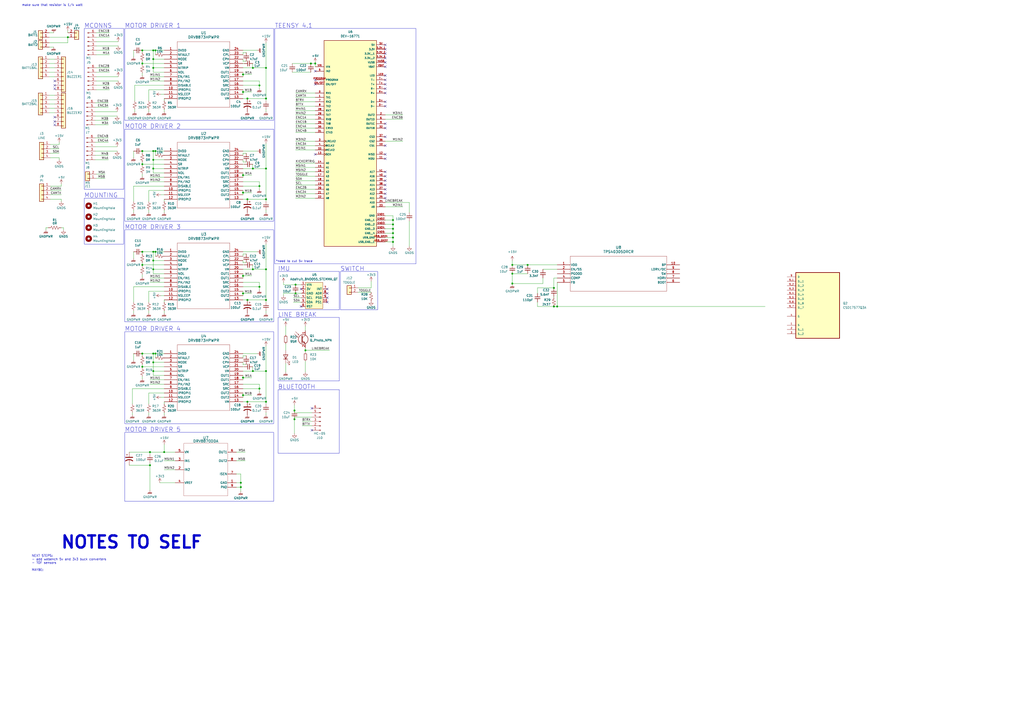
<source format=kicad_sch>
(kicad_sch (version 20230121) (generator eeschema)
  (paper "A2")
  (title_block (date "2023-10-20") (company "Team Silverback"))
  (junction (at 82.55 205.105))
  (junction (at 227.965 127.635))
  (junction (at 177.165 203.2))
  (junction (at 88.9 146.05))
  (junction (at 90.17 87.63))
  (junction (at 140.97 170.18))
  (junction (at 88.9 205.105))
  (junction (at 321.31 177.8))
  (junction (at 88.9 39.37))
  (junction (at 88.9 87.63))
  (junction (at 227.965 130.175))
  (junction (at 150.495 166.37))
  (junction (at 154.305 115.57))
  (junction (at 82.55 95.25))
  (junction (at 227.965 137.795))
  (junction (at 154.305 233.045))
  (junction (at 297.18 164.465))
  (junction (at 150.495 49.53))
  (junction (at 171.45 170.18))
  (junction (at 139.7 282.575))
  (junction (at 146.685 97.79))
  (junction (at 323.215 177.8))
  (junction (at 306.07 153.67))
  (junction (at 154.305 173.99))
  (junction (at 140.97 53.34))
  (junction (at 82.55 29.21))
  (junction (at 154.305 39.37))
  (junction (at 88.9 92.71))
  (junction (at 227.965 135.255))
  (junction (at 88.9 29.21))
  (junction (at 95.25 262.255))
  (junction (at 140.97 43.18))
  (junction (at 297.18 153.67))
  (junction (at 140.97 160.02))
  (junction (at 82.55 212.725))
  (junction (at 182.88 36.83))
  (junction (at 297.18 158.75))
  (junction (at 227.965 132.715))
  (junction (at 90.17 146.05))
  (junction (at 150.495 107.95))
  (junction (at 180.34 36.83))
  (junction (at 146.685 39.37))
  (junction (at 154.305 215.265))
  (junction (at 39.37 21.59))
  (junction (at 143.51 57.15))
  (junction (at 154.305 97.79))
  (junction (at 170.815 238.125))
  (junction (at 140.97 101.6))
  (junction (at 86.995 262.255))
  (junction (at 139.7 280.035))
  (junction (at 227.965 140.335))
  (junction (at 170.815 243.205))
  (junction (at 150.495 225.425))
  (junction (at 140.97 229.235))
  (junction (at 154.305 156.21))
  (junction (at 90.17 29.21))
  (junction (at 90.17 205.105))
  (junction (at 88.9 34.29))
  (junction (at 146.685 215.265))
  (junction (at 88.9 215.265))
  (junction (at 143.51 173.99))
  (junction (at 88.9 97.79))
  (junction (at 171.45 165.1))
  (junction (at 143.51 115.57))
  (junction (at 82.55 36.83))
  (junction (at 88.9 156.21))
  (junction (at 140.97 219.075))
  (junction (at 88.9 151.13))
  (junction (at 146.685 156.21))
  (junction (at 143.51 233.045))
  (junction (at 154.305 57.15))
  (junction (at 82.55 153.67))
  (junction (at 82.55 146.05))
  (junction (at 321.31 167.005))
  (junction (at 86.995 269.875))
  (junction (at 88.9 210.185))
  (junction (at 82.55 87.63))
  (junction (at 140.97 111.76))
  (no_connect (at 223.52 71.755))
  (no_connect (at 223.52 59.055))
  (no_connect (at 31.75 51.435))
  (no_connect (at 223.52 61.595))
  (no_connect (at 189.865 172.72))
  (no_connect (at 223.52 104.775))
  (no_connect (at 182.88 41.275))
  (no_connect (at 189.865 170.18))
  (no_connect (at 223.52 26.035))
  (no_connect (at 31.75 67.945))
  (no_connect (at 31.75 46.99))
  (no_connect (at 223.52 112.395))
  (no_connect (at 31.75 72.39))
  (no_connect (at 182.88 46.355))
  (no_connect (at 223.52 36.195))
  (no_connect (at 223.52 107.315))
  (no_connect (at 223.52 38.735))
  (no_connect (at 223.52 31.115))
  (no_connect (at 189.865 175.26))
  (no_connect (at 31.75 49.53))
  (no_connect (at 223.52 43.815))
  (no_connect (at 180.975 236.855))
  (no_connect (at 223.52 28.575))
  (no_connect (at 174.625 167.64))
  (no_connect (at 223.52 114.935))
  (no_connect (at 182.88 48.895))
  (no_connect (at 223.52 46.355))
  (no_connect (at 223.52 74.295))
  (no_connect (at 180.975 249.555))
  (no_connect (at 223.52 51.435))
  (no_connect (at 223.52 53.975))
  (no_connect (at 182.88 89.535))
  (no_connect (at 223.52 89.535))
  (no_connect (at 174.625 177.8))
  (no_connect (at 223.52 79.375))
  (no_connect (at 223.52 99.695))
  (no_connect (at 223.52 48.895))
  (no_connect (at 223.52 109.855))
  (no_connect (at 189.865 167.64))
  (no_connect (at 223.52 84.455))
  (no_connect (at 31.75 70.485))
  (no_connect (at 223.52 102.235))
  (no_connect (at 223.52 92.075))
  (no_connect (at 223.52 33.655))
  (wire (pts (xy 86.995 105.41) (xy 95.25 105.41)))
  (wire (pts (xy 171.45 53.975) (xy 182.88 53.975)))
  (wire (pts (xy 323.215 177.8) (xy 443.865 177.8)))
  (wire (pts (xy 140.97 43.18) (xy 140.97 44.45)))
  (wire (pts (xy 180.975 241.935) (xy 170.815 241.935)))
  (wire (pts (xy 170.815 234.95) (xy 170.815 238.125)))
  (wire (pts (xy 55.88 100.965) (xy 60.96 100.965)))
  (wire (pts (xy 31.75 62.865) (xy 28.575 62.865)))
  (wire (pts (xy 171.45 61.595) (xy 182.88 61.595)))
  (wire (pts (xy 140.97 101.6) (xy 146.05 101.6)))
  (wire (pts (xy 150.495 46.99) (xy 150.495 49.53)))
  (wire (pts (xy 55.88 26.67) (xy 68.58 26.67)))
  (wire (pts (xy 35.56 115.57) (xy 29.21 115.57)))
  (wire (pts (xy 146.685 156.21) (xy 154.305 156.21)))
  (wire (pts (xy 82.55 36.83) (xy 95.25 36.83)))
  (wire (pts (xy 154.305 116.84) (xy 154.305 115.57)))
  (wire (pts (xy 31.75 65.405) (xy 28.575 65.405)))
  (wire (pts (xy 143.51 173.99) (xy 140.97 173.99)))
  (wire (pts (xy 140.97 227.965) (xy 140.97 229.235)))
  (wire (pts (xy 31.75 39.37) (xy 28.575 39.37)))
  (wire (pts (xy 140.97 158.75) (xy 140.97 160.02)))
  (wire (pts (xy 88.9 217.805) (xy 88.9 215.265)))
  (wire (pts (xy 31.75 36.83) (xy 28.575 36.83)))
  (wire (pts (xy 86.995 262.255) (xy 86.995 263.525)))
  (wire (pts (xy 223.52 117.475) (xy 237.49 117.475)))
  (wire (pts (xy 95.25 217.805) (xy 88.9 217.805)))
  (wire (pts (xy 314.96 156.21) (xy 323.215 156.21)))
  (wire (pts (xy 137.16 280.035) (xy 139.7 280.035)))
  (wire (pts (xy 139.7 282.575) (xy 139.7 285.115)))
  (wire (pts (xy 182.88 81.915) (xy 171.45 81.915)))
  (wire (pts (xy 77.47 91.44) (xy 77.47 87.63)))
  (wire (pts (xy 88.9 41.91) (xy 88.9 39.37)))
  (wire (pts (xy 34.29 91.44) (xy 29.21 91.44)))
  (wire (pts (xy 140.97 110.49) (xy 140.97 111.76)))
  (wire (pts (xy 35.56 116.84) (xy 35.56 115.57)))
  (wire (pts (xy 137.16 274.955) (xy 139.7 274.955)))
  (wire (pts (xy 182.88 66.675) (xy 171.45 66.675)))
  (wire (pts (xy 182.88 74.295) (xy 171.45 74.295)))
  (wire (pts (xy 95.25 97.79) (xy 88.9 97.79)))
  (wire (pts (xy 101.6 262.255) (xy 95.25 262.255)))
  (wire (pts (xy 169.545 36.83) (xy 180.34 36.83)))
  (wire (pts (xy 165.735 199.39) (xy 165.735 203.2)))
  (wire (pts (xy 95.25 257.81) (xy 95.25 262.255)))
  (wire (pts (xy 82.55 153.67) (xy 95.25 153.67)))
  (wire (pts (xy 321.31 161.29) (xy 323.215 161.29)))
  (wire (pts (xy 74.93 262.255) (xy 86.995 262.255)))
  (wire (pts (xy 95.25 57.15) (xy 95.25 58.42)))
  (wire (pts (xy 140.97 53.34) (xy 146.05 53.34)))
  (wire (pts (xy 29.21 107.95) (xy 35.56 107.95)))
  (wire (pts (xy 171.45 165.1) (xy 174.625 165.1)))
  (wire (pts (xy 164.465 170.18) (xy 171.45 170.18)))
  (wire (pts (xy 146.685 212.725) (xy 146.685 215.265)))
  (wire (pts (xy 88.9 87.63) (xy 90.17 87.63)))
  (wire (pts (xy 140.97 147.32) (xy 142.875 147.32)))
  (wire (pts (xy 95.25 173.99) (xy 95.25 175.26)))
  (wire (pts (xy 82.55 37.465) (xy 82.55 36.83)))
  (wire (pts (xy 55.245 64.77) (xy 67.945 64.77)))
  (wire (pts (xy 143.51 57.15) (xy 140.97 57.15)))
  (wire (pts (xy 77.47 166.37) (xy 77.47 175.26)))
  (wire (pts (xy 82.55 205.105) (xy 88.9 205.105)))
  (wire (pts (xy 82.55 213.36) (xy 82.55 212.725)))
  (wire (pts (xy 154.305 240.665) (xy 154.305 239.395)))
  (wire (pts (xy 82.55 146.05) (xy 82.55 147.32)))
  (wire (pts (xy 146.685 39.37) (xy 154.305 39.37)))
  (wire (pts (xy 29.21 88.9) (xy 34.29 88.9)))
  (wire (pts (xy 182.88 84.455) (xy 171.45 84.455)))
  (wire (pts (xy 154.305 64.77) (xy 154.305 63.5)))
  (wire (pts (xy 31.75 55.245) (xy 28.575 55.245)))
  (wire (pts (xy 171.45 99.695) (xy 182.88 99.695)))
  (wire (pts (xy 142.875 152.4) (xy 140.97 152.4)))
  (wire (pts (xy 171.45 59.055) (xy 182.88 59.055)))
  (wire (pts (xy 39.37 17.78) (xy 39.37 19.05)))
  (wire (pts (xy 182.88 76.835) (xy 171.45 76.835)))
  (wire (pts (xy 137.16 262.255) (xy 142.24 262.255)))
  (wire (pts (xy 90.17 146.05) (xy 95.25 146.05)))
  (wire (pts (xy 140.97 88.9) (xy 142.875 88.9)))
  (wire (pts (xy 95.25 158.75) (xy 88.9 158.75)))
  (wire (pts (xy 150.495 166.37) (xy 150.495 168.275)))
  (wire (pts (xy 55.245 69.85) (xy 62.865 69.85)))
  (wire (pts (xy 233.68 81.915) (xy 223.52 81.915)))
  (wire (pts (xy 31.75 60.325) (xy 28.575 60.325)))
  (wire (pts (xy 321.31 177.8) (xy 311.785 177.8)))
  (wire (pts (xy 55.88 24.13) (xy 68.58 24.13)))
  (wire (pts (xy 140.97 207.645) (xy 140.97 206.375)))
  (wire (pts (xy 35.56 106.68) (xy 35.56 107.95)))
  (wire (pts (xy 95.25 267.335) (xy 101.6 267.335)))
  (wire (pts (xy 140.97 205.105) (xy 149.225 205.105)))
  (wire (pts (xy 227.965 137.795) (xy 227.965 140.335)))
  (wire (pts (xy 28.575 24.765) (xy 39.37 24.765)))
  (wire (pts (xy 82.55 95.885) (xy 82.55 95.25)))
  (wire (pts (xy 86.995 163.83) (xy 95.25 163.83)))
  (wire (pts (xy 82.55 211.455) (xy 82.55 212.725)))
  (wire (pts (xy 140.97 107.95) (xy 150.495 107.95)))
  (wire (pts (xy 142.875 211.455) (xy 140.97 211.455)))
  (wire (pts (xy 88.9 29.21) (xy 88.9 34.29)))
  (wire (pts (xy 140.97 29.21) (xy 149.225 29.21)))
  (wire (pts (xy 86.995 222.885) (xy 95.25 222.885)))
  (wire (pts (xy 82.55 35.56) (xy 82.55 36.83)))
  (wire (pts (xy 95.25 210.185) (xy 88.9 210.185)))
  (wire (pts (xy 223.52 127.635) (xy 227.965 127.635)))
  (wire (pts (xy 154.305 57.15) (xy 154.305 39.37)))
  (wire (pts (xy 95.25 151.13) (xy 88.9 151.13)))
  (wire (pts (xy 321.31 177.8) (xy 323.215 177.8)))
  (wire (pts (xy 154.305 123.19) (xy 154.305 121.92)))
  (wire (pts (xy 29.21 83.82) (xy 34.29 83.82)))
  (wire (pts (xy 36.83 132.08) (xy 36.83 133.35)))
  (wire (pts (xy 237.49 117.475) (xy 237.49 123.19)))
  (wire (pts (xy 170.815 243.205) (xy 170.815 241.935)))
  (wire (pts (xy 177.165 189.23) (xy 177.165 191.77)))
  (wire (pts (xy 142.875 93.98) (xy 140.97 93.98)))
  (wire (pts (xy 140.97 152.4) (xy 140.97 151.13)))
  (wire (pts (xy 140.97 49.53) (xy 150.495 49.53)))
  (wire (pts (xy 82.55 29.21) (xy 88.9 29.21)))
  (wire (pts (xy 143.51 115.57) (xy 154.305 115.57)))
  (wire (pts (xy 140.97 170.18) (xy 146.05 170.18)))
  (wire (pts (xy 95.25 41.91) (xy 88.9 41.91)))
  (wire (pts (xy 140.97 219.075) (xy 140.97 220.345)))
  (wire (pts (xy 82.55 95.25) (xy 95.25 95.25)))
  (wire (pts (xy 55.245 82.55) (xy 62.865 82.55)))
  (wire (pts (xy 140.97 215.265) (xy 146.685 215.265)))
  (wire (pts (xy 171.45 109.855) (xy 182.88 109.855)))
  (wire (pts (xy 140.97 160.02) (xy 146.05 160.02)))
  (wire (pts (xy 140.97 36.83) (xy 141.605 36.83)))
  (wire (pts (xy 82.55 29.21) (xy 82.55 30.48)))
  (wire (pts (xy 180.34 36.83) (xy 182.88 36.83)))
  (wire (pts (xy 180.975 244.475) (xy 175.26 244.475)))
  (wire (pts (xy 154.305 83.185) (xy 154.305 97.79)))
  (wire (pts (xy 77.47 208.915) (xy 77.47 205.105)))
  (wire (pts (xy 180.975 247.015) (xy 175.26 247.015)))
  (wire (pts (xy 90.17 29.21) (xy 90.17 31.75)))
  (wire (pts (xy 143.51 57.15) (xy 154.305 57.15)))
  (wire (pts (xy 227.965 127.635) (xy 227.965 130.175)))
  (wire (pts (xy 171.45 56.515) (xy 182.88 56.515)))
  (wire (pts (xy 86.995 262.255) (xy 95.25 262.255)))
  (wire (pts (xy 165.735 210.82) (xy 165.735 215.9)))
  (wire (pts (xy 29.21 86.36) (xy 34.29 86.36)))
  (wire (pts (xy 140.97 206.375) (xy 142.875 206.375)))
  (wire (pts (xy 174.625 172.72) (xy 170.18 172.72)))
  (wire (pts (xy 55.88 103.505) (xy 60.96 103.505)))
  (wire (pts (xy 323.215 163.83) (xy 323.215 177.8)))
  (wire (pts (xy 182.88 36.83) (xy 182.88 38.735)))
  (wire (pts (xy 154.305 58.42) (xy 154.305 57.15)))
  (wire (pts (xy 31.75 57.785) (xy 28.575 57.785)))
  (wire (pts (xy 154.305 173.99) (xy 154.305 156.21)))
  (wire (pts (xy 95.25 123.19) (xy 95.25 121.92)))
  (wire (pts (xy 55.88 41.91) (xy 63.5 41.91)))
  (wire (pts (xy 55.88 46.99) (xy 68.58 46.99)))
  (wire (pts (xy 55.245 62.23) (xy 62.865 62.23)))
  (wire (pts (xy 77.47 33.02) (xy 77.47 29.21)))
  (wire (pts (xy 77.47 166.37) (xy 95.25 166.37)))
  (wire (pts (xy 180.975 239.395) (xy 170.815 239.395)))
  (wire (pts (xy 95.25 240.665) (xy 95.25 239.395)))
  (wire (pts (xy 150.495 107.95) (xy 150.495 109.855)))
  (wire (pts (xy 154.305 24.765) (xy 154.305 39.37)))
  (wire (pts (xy 29.21 113.03) (xy 35.56 113.03)))
  (wire (pts (xy 92.71 280.035) (xy 101.6 280.035)))
  (wire (pts (xy 146.685 97.79) (xy 154.305 97.79)))
  (wire (pts (xy 55.245 90.17) (xy 62.865 90.17)))
  (wire (pts (xy 55.245 59.69) (xy 62.865 59.69)))
  (wire (pts (xy 82.55 205.105) (xy 82.55 206.375)))
  (wire (pts (xy 154.305 181.61) (xy 154.305 180.34)))
  (wire (pts (xy 306.07 153.67) (xy 323.215 153.67)))
  (wire (pts (xy 215.265 169.545) (xy 207.645 169.545)))
  (wire (pts (xy 90.17 87.63) (xy 95.25 87.63)))
  (wire (pts (xy 140.97 219.075) (xy 146.05 219.075)))
  (wire (pts (xy 55.88 49.53) (xy 63.5 49.53)))
  (wire (pts (xy 207.645 167.005) (xy 215.265 167.005)))
  (wire (pts (xy 146.685 95.25) (xy 146.685 97.79)))
  (wire (pts (xy 55.88 52.07) (xy 63.5 52.07)))
  (wire (pts (xy 140.97 95.25) (xy 141.605 95.25)))
  (wire (pts (xy 154.305 233.045) (xy 154.305 215.265)))
  (wire (pts (xy 321.31 172.085) (xy 321.31 172.72)))
  (wire (pts (xy 174.625 175.26) (xy 170.18 175.26)))
  (wire (pts (xy 86.36 52.07) (xy 95.25 52.07)))
  (wire (pts (xy 88.9 34.29) (xy 88.9 39.37)))
  (wire (pts (xy 223.52 135.255) (xy 227.965 135.255)))
  (wire (pts (xy 140.97 146.05) (xy 149.225 146.05)))
  (wire (pts (xy 78.105 63.5) (xy 78.105 64.77)))
  (wire (pts (xy 177.165 203.2) (xy 177.165 204.47)))
  (wire (pts (xy 146.685 153.67) (xy 146.685 156.21)))
  (wire (pts (xy 95.25 39.37) (xy 88.9 39.37)))
  (wire (pts (xy 182.88 64.135) (xy 171.45 64.135)))
  (wire (pts (xy 150.495 225.425) (xy 150.495 227.33)))
  (wire (pts (xy 55.88 19.05) (xy 63.5 19.05)))
  (wire (pts (xy 95.25 100.33) (xy 88.9 100.33)))
  (wire (pts (xy 139.7 274.955) (xy 139.7 280.035)))
  (wire (pts (xy 140.97 225.425) (xy 150.495 225.425)))
  (wire (pts (xy 223.52 66.675) (xy 233.68 66.675)))
  (wire (pts (xy 88.9 205.105) (xy 88.9 210.185)))
  (wire (pts (xy 182.88 94.615) (xy 171.45 94.615)))
  (wire (pts (xy 82.55 146.05) (xy 88.9 146.05)))
  (wire (pts (xy 237.49 128.27) (xy 237.49 142.875)))
  (wire (pts (xy 227.965 125.095) (xy 227.965 127.635)))
  (wire (pts (xy 171.45 114.935) (xy 182.88 114.935)))
  (wire (pts (xy 182.88 107.315) (xy 171.45 107.315)))
  (wire (pts (xy 90.17 29.21) (xy 95.25 29.21)))
  (wire (pts (xy 223.52 137.795) (xy 227.965 137.795)))
  (wire (pts (xy 86.36 168.91) (xy 86.36 175.26)))
  (wire (pts (xy 86.36 110.49) (xy 95.25 110.49)))
  (wire (pts (xy 76.835 239.395) (xy 76.835 240.665)))
  (wire (pts (xy 140.97 148.59) (xy 140.97 147.32)))
  (wire (pts (xy 182.88 104.775) (xy 171.45 104.775)))
  (wire (pts (xy 314.96 161.29) (xy 314.96 164.465)))
  (wire (pts (xy 137.16 282.575) (xy 139.7 282.575)))
  (wire (pts (xy 88.9 146.05) (xy 90.17 146.05)))
  (wire (pts (xy 55.245 80.01) (xy 62.865 80.01)))
  (wire (pts (xy 215.265 163.195) (xy 215.265 167.005)))
  (wire (pts (xy 164.465 163.83) (xy 164.465 165.1)))
  (wire (pts (xy 154.305 115.57) (xy 154.305 97.79)))
  (wire (pts (xy 55.245 85.09) (xy 67.945 85.09)))
  (wire (pts (xy 171.45 69.215) (xy 182.88 69.215)))
  (wire (pts (xy 86.995 268.605) (xy 86.995 269.875)))
  (wire (pts (xy 306.07 153.67) (xy 297.18 153.67)))
  (wire (pts (xy 140.97 105.41) (xy 150.495 105.41)))
  (wire (pts (xy 76.835 225.425) (xy 76.835 234.315)))
  (wire (pts (xy 182.88 36.195) (xy 182.88 36.83)))
  (wire (pts (xy 143.51 115.57) (xy 140.97 115.57)))
  (wire (pts (xy 140.97 43.18) (xy 146.05 43.18)))
  (wire (pts (xy 82.55 87.63) (xy 88.9 87.63)))
  (wire (pts (xy 77.47 149.86) (xy 77.47 146.05)))
  (wire (pts (xy 82.55 152.4) (xy 82.55 153.67)))
  (wire (pts (xy 86.995 46.99) (xy 95.25 46.99)))
  (wire (pts (xy 82.55 212.725) (xy 95.25 212.725)))
  (wire (pts (xy 86.36 52.07) (xy 86.36 58.42)))
  (wire (pts (xy 140.97 222.885) (xy 150.495 222.885)))
  (wire (pts (xy 137.16 267.335) (xy 142.24 267.335)))
  (wire (pts (xy 86.36 227.965) (xy 86.36 234.315)))
  (wire (pts (xy 150.495 163.83) (xy 150.495 166.37)))
  (wire (pts (xy 82.55 102.235) (xy 82.55 100.965)))
  (wire (pts (xy 140.97 39.37) (xy 146.685 39.37)))
  (wire (pts (xy 140.97 31.75) (xy 140.97 30.48)))
  (wire (pts (xy 77.47 107.95) (xy 95.25 107.95)))
  (wire (pts (xy 88.9 205.105) (xy 90.17 205.105)))
  (wire (pts (xy 171.45 86.995) (xy 182.88 86.995)))
  (wire (pts (xy 140.97 87.63) (xy 149.225 87.63)))
  (wire (pts (xy 171.45 102.235) (xy 182.88 102.235)))
  (wire (pts (xy 140.97 46.99) (xy 150.495 46.99)))
  (wire (pts (xy 95.25 92.71) (xy 88.9 92.71)))
  (wire (pts (xy 86.36 180.34) (xy 86.36 181.61)))
  (wire (pts (xy 140.97 166.37) (xy 150.495 166.37)))
  (wire (pts (xy 29.21 110.49) (xy 35.56 110.49)))
  (wire (pts (xy 55.88 29.21) (xy 63.5 29.21)))
  (wire (pts (xy 28.575 27.305) (xy 31.115 27.305)))
  (wire (pts (xy 140.97 100.33) (xy 140.97 101.6)))
  (wire (pts (xy 223.52 130.175) (xy 227.965 130.175)))
  (wire (pts (xy 140.97 153.67) (xy 141.605 153.67)))
  (wire (pts (xy 88.9 87.63) (xy 88.9 92.71)))
  (wire (pts (xy 154.305 234.315) (xy 154.305 233.045)))
  (wire (pts (xy 227.965 132.715) (xy 227.965 135.255)))
  (wire (pts (xy 26.67 132.08) (xy 26.67 133.35)))
  (wire (pts (xy 140.97 90.17) (xy 140.97 88.9)))
  (wire (pts (xy 297.18 151.13) (xy 297.18 153.67)))
  (wire (pts (xy 95.25 230.505) (xy 93.345 230.505)))
  (wire (pts (xy 82.55 160.655) (xy 82.55 159.385)))
  (wire (pts (xy 223.52 69.215) (xy 233.68 69.215)))
  (wire (pts (xy 140.97 53.34) (xy 140.97 54.61)))
  (wire (pts (xy 39.37 24.765) (xy 39.37 21.59)))
  (wire (pts (xy 321.31 167.005) (xy 321.31 161.29)))
  (wire (pts (xy 227.965 140.335) (xy 227.965 142.875)))
  (wire (pts (xy 95.25 64.77) (xy 95.25 63.5)))
  (wire (pts (xy 311.785 170.18) (xy 311.785 167.005)))
  (wire (pts (xy 95.25 115.57) (xy 95.25 116.84)))
  (wire (pts (xy 164.465 165.1) (xy 171.45 165.1)))
  (wire (pts (xy 140.97 52.07) (xy 140.97 53.34)))
  (wire (pts (xy 140.97 229.235) (xy 146.05 229.235)))
  (wire (pts (xy 311.785 167.005) (xy 321.31 167.005)))
  (wire (pts (xy 86.995 269.875) (xy 86.995 284.48)))
  (wire (pts (xy 177.165 201.93) (xy 177.165 203.2)))
  (wire (pts (xy 140.97 101.6) (xy 140.97 102.87)))
  (wire (pts (xy 146.685 36.83) (xy 146.685 39.37)))
  (wire (pts (xy 34.29 82.55) (xy 34.29 83.82)))
  (wire (pts (xy 170.815 238.125) (xy 170.815 239.395)))
  (wire (pts (xy 140.97 93.98) (xy 140.97 92.71)))
  (wire (pts (xy 55.88 44.45) (xy 68.58 44.45)))
  (wire (pts (xy 86.995 102.87) (xy 95.25 102.87)))
  (wire (pts (xy 223.52 132.715) (xy 227.965 132.715)))
  (wire (pts (xy 55.245 67.31) (xy 67.945 67.31)))
  (wire (pts (xy 140.97 212.725) (xy 141.605 212.725)))
  (wire (pts (xy 140.97 41.91) (xy 140.97 43.18)))
  (wire (pts (xy 35.56 132.08) (xy 36.83 132.08)))
  (wire (pts (xy 169.545 41.91) (xy 180.34 41.91)))
  (wire (pts (xy 77.47 121.92) (xy 77.47 123.19)))
  (wire (pts (xy 28.575 19.05) (xy 31.115 19.05)))
  (wire (pts (xy 55.245 92.71) (xy 62.865 92.71)))
  (wire (pts (xy 77.47 107.95) (xy 77.47 116.84)))
  (wire (pts (xy 143.51 233.045) (xy 154.305 233.045)))
  (wire (pts (xy 55.88 31.75) (xy 63.5 31.75)))
  (wire (pts (xy 78.105 49.53) (xy 78.105 58.42)))
  (wire (pts (xy 140.97 163.83) (xy 150.495 163.83)))
  (wire (pts (xy 177.165 209.55) (xy 177.165 215.9)))
  (wire (pts (xy 82.55 154.305) (xy 82.55 153.67)))
  (wire (pts (xy 88.9 210.185) (xy 88.9 215.265)))
  (wire (pts (xy 78.105 49.53) (xy 95.25 49.53)))
  (wire (pts (xy 90.17 205.105) (xy 95.25 205.105)))
  (wire (pts (xy 170.815 251.46) (xy 170.815 243.205)))
  (wire (pts (xy 86.36 121.92) (xy 86.36 123.19)))
  (wire (pts (xy 55.245 72.39) (xy 62.865 72.39)))
  (wire (pts (xy 90.17 205.105) (xy 90.17 207.645)))
  (wire (pts (xy 55.88 21.59) (xy 63.5 21.59)))
  (wire (pts (xy 140.97 170.18) (xy 140.97 171.45)))
  (wire (pts (xy 223.52 125.095) (xy 227.965 125.095)))
  (wire (pts (xy 95.25 34.29) (xy 88.9 34.29)))
  (wire (pts (xy 142.875 35.56) (xy 140.97 35.56)))
  (wire (pts (xy 140.97 211.455) (xy 140.97 210.185)))
  (wire (pts (xy 95.25 272.415) (xy 101.6 272.415)))
  (wire (pts (xy 77.47 180.34) (xy 77.47 181.61)))
  (wire (pts (xy 88.9 158.75) (xy 88.9 156.21)))
  (wire (pts (xy 86.995 269.875) (xy 74.93 269.875)))
  (wire (pts (xy 297.18 158.75) (xy 306.07 158.75)))
  (wire (pts (xy 311.785 177.8) (xy 311.785 175.26)))
  (wire (pts (xy 140.97 30.48) (xy 142.875 30.48)))
  (wire (pts (xy 86.995 220.345) (xy 95.25 220.345)))
  (wire (pts (xy 146.685 215.265) (xy 154.305 215.265)))
  (wire (pts (xy 314.96 164.465) (xy 297.18 164.465)))
  (wire (pts (xy 171.45 97.155) (xy 182.88 97.155)))
  (wire (pts (xy 95.25 54.61) (xy 93.345 54.61)))
  (wire (pts (xy 88.9 146.05) (xy 88.9 151.13)))
  (wire (pts (xy 140.97 111.76) (xy 146.05 111.76)))
  (wire (pts (xy 139.7 280.035) (xy 139.7 282.575)))
  (wire (pts (xy 82.55 219.71) (xy 82.55 218.44)))
  (wire (pts (xy 140.97 35.56) (xy 140.97 34.29)))
  (wire (pts (xy 82.55 93.98) (xy 82.55 95.25)))
  (wire (pts (xy 227.965 130.175) (xy 227.965 132.715)))
  (wire (pts (xy 88.9 92.71) (xy 88.9 97.79)))
  (wire (pts (xy 150.495 49.53) (xy 150.495 51.435)))
  (wire (pts (xy 164.465 171.45) (xy 164.465 170.18)))
  (wire (pts (xy 297.18 158.75) (xy 297.18 164.465)))
  (wire (pts (xy 140.97 160.02) (xy 140.97 161.29)))
  (wire (pts (xy 86.36 239.395) (xy 86.36 240.665)))
  (wire (pts (xy 223.52 140.335) (xy 227.965 140.335)))
  (wire (pts (xy 150.495 105.41) (xy 150.495 107.95)))
  (wire (pts (xy 88.9 151.13) (xy 88.9 156.21)))
  (wire (pts (xy 31.75 34.29) (xy 28.575 34.29)))
  (wire (pts (xy 171.45 71.755) (xy 182.88 71.755)))
  (wire (pts (xy 88.9 29.21) (xy 90.17 29.21)))
  (wire (pts (xy 154.305 175.26) (xy 154.305 173.99)))
  (wire (pts (xy 140.97 229.235) (xy 140.97 230.505)))
  (wire (pts (xy 76.835 225.425) (xy 95.25 225.425)))
  (wire (pts (xy 140.97 168.91) (xy 140.97 170.18)))
  (wire (pts (xy 143.51 233.045) (xy 140.97 233.045)))
  (wire (pts (xy 86.36 63.5) (xy 86.36 64.77)))
  (wire (pts (xy 86.36 168.91) (xy 95.25 168.91)))
  (wire (pts (xy 86.995 161.29) (xy 95.25 161.29)))
  (wire (pts (xy 171.45 112.395) (xy 182.88 112.395)))
  (wire (pts (xy 95.25 171.45) (xy 93.345 171.45)))
  (wire (pts (xy 233.68 120.015) (xy 223.52 120.015)))
  (wire (pts (xy 171.45 170.18) (xy 174.625 170.18)))
  (wire (pts (xy 165.735 189.23) (xy 165.735 194.31)))
  (wire (pts (xy 143.51 173.99) (xy 154.305 173.99)))
  (wire (pts (xy 86.36 227.965) (xy 95.25 227.965)))
  (wire (pts (xy 28.575 21.59) (xy 39.37 21.59)))
  (wire (pts (xy 55.245 87.63) (xy 67.945 87.63)))
  (wire (pts (xy 82.55 87.63) (xy 82.55 88.9)))
  (wire (pts (xy 154.305 141.605) (xy 154.305 156.21)))
  (wire (pts (xy 88.9 100.33) (xy 88.9 97.79)))
  (wire (pts (xy 90.17 146.05) (xy 90.17 148.59)))
  (wire (pts (xy 150.495 222.885) (xy 150.495 225.425)))
  (wire (pts (xy 140.97 97.79) (xy 146.685 97.79)))
  (wire (pts (xy 177.165 203.2) (xy 191.135 203.2)))
  (wire (pts (xy 297.18 165.1) (xy 297.18 164.465)))
  (wire (pts (xy 140.97 156.21) (xy 146.685 156.21)))
  (wire (pts (xy 95.25 181.61) (xy 95.25 180.34)))
  (wire (pts (xy 95.25 156.21) (xy 88.9 156.21)))
  (wire (pts (xy 86.36 110.49) (xy 86.36 116.84)))
  (wire (pts (xy 55.88 39.37) (xy 63.5 39.37)))
  (wire (pts (xy 95.25 215.265) (xy 88.9 215.265)))
  (wire (pts (xy 31.75 41.91) (xy 28.575 41.91)))
  (wire (pts (xy 31.75 44.45) (xy 28.575 44.45)))
  (wire (pts (xy 140.97 217.805) (xy 140.97 219.075)))
  (wire (pts (xy 27.94 132.08) (xy 26.67 132.08)))
  (wire (pts (xy 154.305 200.66) (xy 154.305 215.265)))
  (wire (pts (xy 34.29 92.71) (xy 34.29 91.44)))
  (wire (pts (xy 90.17 87.63) (xy 90.17 90.17)))
  (wire (pts (xy 227.965 135.255) (xy 227.965 137.795)))
  (wire (pts (xy 95.25 113.03) (xy 93.345 113.03)))
  (wire (pts (xy 82.55 43.815) (xy 82.55 42.545)))
  (wire (pts (xy 86.995 44.45) (xy 95.25 44.45)))
  (wire (pts (xy 140.97 111.76) (xy 140.97 113.03)))
  (wire (pts (xy 95.25 233.045) (xy 95.25 234.315)))
  (rectangle (start 72.39 250.825) (end 158.75 290.83))
  (rectangle (start 161.29 184.15) (end 196.85 220.98))
  (rectangle (start 161.29 157.48) (end 196.85 179.705))
  (rectangle (start 48.895 114.935) (end 71.755 141.605))
  (rectangle (start 72.39 131.445) (end 72.39 131.445))
  (rectangle (start 72.39 16.51) (end 158.75 69.85))
  (rectangle (start 48.895 16.51) (end 71.755 109.855))
  (rectangle (start 159.385 16.51) (end 241.3 153.035))
  (rectangle (start 197.485 157.48) (end 219.075 179.705))
  (rectangle (start 72.39 74.93) (end 158.75 128.27))
  (rectangle (start 72.39 192.405) (end 158.75 245.745))
  (rectangle (start 161.29 226.06) (end 196.85 262.89))
  (rectangle (start 72.39 133.35) (end 158.75 186.69))
  (text "TEENSY 4.1" (at 159.385 16.51 0) (effects (font (size 2.54 2.54)) (justify left bottom)))
  (text "NOTES TO SELF" (at 34.925 318.77 0) (effects (font (size 7 7) (thickness 1.4) bold) (justify left bottom)))
  (text "NEXT STEPS:\n- add webench 5v and 3v3 buck converters\n- TOF sensors\n\nMAYBE:\n" (at 18.415 331.47 0) (effects (font (size 1.27 1.27)) (justify left bottom)))
  (text "LINE BREAK" (at 161.29 184.15 0) (effects (font (size 2.54 2.54)) (justify left bottom)))
  (text "MOTOR DRIVER 2" (at 72.39 74.93 0) (effects (font (size 2.54 2.54)) (justify left bottom)))
  (text "IMU" (at 161.29 157.48 0) (effects (font (size 2.54 2.54)) (justify left bottom)))
  (text "make sure that resistor is 1/4 watt" (at 12.7 3.81 0) (effects (font (size 1.27 1.27)) (justify left bottom)))
  (text "SWITCH" (at 197.485 157.48 0) (effects (font (size 2.54 2.54)) (justify left bottom)))
  (text "*need to cut 5v trace" (at 160.02 152.4 0) (effects (font (size 1.27 1.27)) (justify left bottom)))
  (text "MOTOR DRIVER 1" (at 72.39 16.51 0) (effects (font (size 2.54 2.54)) (justify left bottom)))
  (text "MOTOR DRIVER 3" (at 72.39 133.35 0) (effects (font (size 2.54 2.54)) (justify left bottom)))
  (text "MOTOR DRIVER 5" (at 72.39 250.825 0) (effects (font (size 2.54 2.54)) (justify left bottom)))
  (text "MOTOR DRIVER 4" (at 72.39 192.405 0) (effects (font (size 2.54 2.54)) (justify left bottom)))
  (text "BLUETOOTH" (at 161.29 226.06 0) (effects (font (size 2.54 2.54)) (justify left bottom)))
  (text "MOUNTING" (at 48.895 114.935 0) (effects (font (size 2.54 2.54)) (justify left bottom)))
  (text "MCONNS" (at 48.895 16.51 0) (effects (font (size 2.54 2.54)) (justify left bottom)))
  (label "M1IN1" (at 86.995 44.45 0))
  (label "CAMRX" (at 35.56 110.49 180))
  (label "SDA" (at 34.29 88.9 180))
  (label "M5IN1" (at 171.45 97.155 0))
  (label "M1IN1" (at 171.45 86.995 0))
  (label "ENC1A" (at 171.45 69.215 0))
  (label "M3IN1" (at 233.68 66.675 180))
  (label "ENC4A" (at 62.865 82.55 180))
  (label "M5B" (at 142.24 267.335 180))
  (label "SDA" (at 171.45 104.775 0))
  (label "BTTX" (at 171.45 61.595 0))
  (label "M5B" (at 60.96 103.505 180))
  (label "ENC2B" (at 171.45 109.855 0))
  (label "M3A" (at 62.865 72.39 180))
  (label "M3IN2" (at 171.45 81.915 0))
  (label "M2B" (at 63.5 49.53 180))
  (label "M3B" (at 62.865 69.85 180))
  (label "M5IN2" (at 171.45 99.695 0))
  (label "M1IN1" (at 86.995 102.87 0))
  (label "SCL" (at 171.45 107.315 0))
  (label "M1A" (at 146.05 101.6 180))
  (label "ENC2A" (at 63.5 41.91 180))
  (label "M5IN1" (at 95.25 267.335 0))
  (label "ENC3A" (at 62.865 62.23 180))
  (label "M5A" (at 60.96 100.965 180))
  (label "M1B" (at 146.05 111.76 180))
  (label "SDA" (at 170.18 175.26 0))
  (label "TOGGLE" (at 171.45 102.235 0))
  (label "M4IN1" (at 171.45 64.135 0))
  (label "M1IN2" (at 233.68 81.915 180))
  (label "ENC1A" (at 63.5 21.59 180))
  (label "KICKERTRIG" (at 171.45 94.615 0))
  (label "M1B" (at 146.05 229.235 180))
  (label "CAMTX" (at 171.45 56.515 0))
  (label "M1A" (at 146.05 43.18 180))
  (label "M1A" (at 63.5 31.75 180))
  (label "M1IN2" (at 86.995 222.885 0))
  (label "M2IN2" (at 171.45 114.935 0))
  (label "SCL" (at 170.18 172.72 0))
  (label "M4IN2" (at 171.45 66.675 0))
  (label "M1B" (at 63.5 29.21 180))
  (label "LINEBREAK" (at 233.68 117.475 180))
  (label "M1A" (at 146.05 160.02 180))
  (label "M5IN2" (at 95.25 272.415 0))
  (label "ENC2B" (at 63.5 39.37 180))
  (label "M2IN1" (at 233.68 120.015 180))
  (label "CAMTX" (at 35.56 113.03 180))
  (label "M1IN1" (at 86.995 161.29 0))
  (label "M2A" (at 63.5 52.07 180))
  (label "M4A" (at 62.865 92.71 180))
  (label "ENC4B" (at 62.865 80.01 180))
  (label "M5A" (at 142.24 262.255 180))
  (label "M4B" (at 62.865 90.17 180))
  (label "SCL" (at 34.29 86.36 180))
  (label "CAMRX" (at 171.45 53.975 0))
  (label "ENC1B" (at 63.5 19.05 180))
  (label "M1B" (at 146.05 170.18 180))
  (label "TOGGLE" (at 215.265 169.545 180))
  (label "ENC3B" (at 62.865 59.69 180))
  (label "ENC4B" (at 171.45 76.835 0))
  (label "BTRX" (at 175.26 244.475 0))
  (label "M1IN1" (at 86.995 220.345 0))
  (label "ENC4A" (at 171.45 74.295 0))
  (label "M1IN2" (at 86.995 105.41 0))
  (label "M1IN2" (at 86.995 163.83 0))
  (label "ENC2A" (at 171.45 112.395 0))
  (label "M1A" (at 146.05 219.075 180))
  (label "BTRX" (at 171.45 59.055 0))
  (label "LINEBREAK" (at 191.135 203.2 180))
  (label "BTTX" (at 175.26 247.015 0))
  (label "M1IN2" (at 86.995 46.99 0))
  (label "ENC3B" (at 233.68 69.215 180))
  (label "ENC3A" (at 171.45 84.455 0))
  (label "ENC1B" (at 171.45 71.755 0))
  (label "M1B" (at 146.05 53.34 180))
  (symbol (lib_id "Connector:Conn_01x06_Pin") (at 186.055 244.475 180) (unit 1)
    (property "Reference" "J10" (at 185.42 254 0))
    (property "Value" "HC-05" (at 185.42 251.46 0))
    (property "Footprint" "Connector_PinHeader_2.54mm:PinHeader_1x06_P2.54mm_Vertical" (effects hide))
  )
  (symbol (lib_id "power:+5V") (at 93.345 113.03 90) (unit 1)
    (property "Reference" "#PWR035" (effects hide))
    (property "Value" "+5V" (at 89.535 113.03 0))
  )
  (symbol (lib_id "Device:C_Small") (at 154.305 177.8 0) (mirror y) (unit 1)
    (property "Reference" "C15" (at 151.765 176.5363 0) (effects (justify left)))
    (property "Value" "0.1uF" (at 151.765 179.0763 0) (effects (justify left)))
    (property "Footprint" "Capacitor_SMD:C_0402_1005Metric" (effects hide))
  )
  (symbol (lib_id "power:GNDPWR") (at 86.36 64.77 0) (unit 1)
    (property "Reference" "#PWR013" (effects hide))
    (property "Value" "GNDPWR" (at 86.36 68.58 0))
  )
  (symbol (lib_id "Device:C_Small") (at 154.305 236.855 0) (mirror y) (unit 1)
    (property "Reference" "C20" (at 151.765 235.5913 0) (effects (justify left)))
    (property "Value" "0.1uF" (at 151.765 238.1313 0) (effects (justify left)))
    (property "Footprint" "Capacitor_SMD:C_0402_1005Metric" (effects hide))
  )
  (symbol (lib_id "power:GNDPWR") (at 78.105 64.77 0) (unit 1)
    (property "Reference" "#PWR066" (effects hide))
    (property "Value" "GNDPWR" (at 78.105 68.58 0))
  )
  (symbol (lib_id "Device:R_Small_US") (at 95.25 236.855 0) (unit 1)
    (property "Reference" "R20" (at 97.155 235.585 0) (effects (justify left)))
    (property "Value" "363R" (at 97.155 238.125 0) (effects (justify left)))
    (property "Footprint" "Resistor_SMD:R_0805_2012Metric" (effects hide))
  )
  (symbol (lib_id "Device:R_Small_US") (at 82.55 156.845 0) (unit 1)
    (property "Reference" "R14" (at 84.455 155.575 0) (effects (justify left)))
    (property "Value" "3M" (at 84.455 158.115 0) (effects (justify left)))
    (property "Footprint" "Resistor_SMD:R_0805_2012Metric" (effects hide))
  )
  (symbol (lib_id "power:GNDPWR") (at 150.495 109.855 0) (unit 1)
    (property "Reference" "#PWR038" (effects hide))
    (property "Value" "GNDPWR" (at 150.495 113.665 0))
  )
  (symbol (lib_id "Device:R_Small") (at 177.165 207.01 0) (unit 1)
    (property "Reference" "R23" (at 179.705 205.74 0) (effects (justify left)))
    (property "Value" "10K" (at 179.705 208.28 0) (effects (justify left)))
    (property "Footprint" "Resistor_SMD:R_0805_2012Metric" (effects hide))
  )
  (symbol (lib_id "Device:C_Polarized_US") (at 143.51 177.8 0) (mirror y) (unit 1)
    (property "Reference" "C13" (at 139.7 175.895 0) (effects (justify left)))
    (property "Value" "100uF" (at 139.7 178.435 0) (effects (justify left)))
    (property "Footprint" "Capacitor_SMD:CP_Elec_6.3x7.7" (effects hide))
  )
  (symbol (lib_id "Device:C_Polarized_US") (at 143.51 60.96 0) (mirror y) (unit 1)
    (property "Reference" "C4" (at 139.7 59.055 0) (effects (justify left)))
    (property "Value" "100uF" (at 139.7 61.595 0) (effects (justify left)))
    (property "Footprint" "Capacitor_SMD:CP_Elec_6.3x7.7" (effects hide))
  )
  (symbol (lib_id "power:+3V3") (at 68.58 44.45 0) (unit 1)
    (property "Reference" "#PWR025" (effects hide))
    (property "Value" "+3V3" (at 68.58 40.64 0))
  )
  (symbol (lib_id "power:+3V3") (at 67.945 85.09 0) (unit 1)
    (property "Reference" "#PWR029" (effects hide))
    (property "Value" "+3V3" (at 67.945 81.28 0))
  )
  (symbol (lib_id "Device:C_Small") (at 80.01 87.63 270) (unit 1)
    (property "Reference" "C6" (at 80.0036 81.28 90))
    (property "Value" "1uF" (at 80.0036 83.82 90))
    (property "Footprint" "Capacitor_SMD:C_0402_1005Metric" (effects hide))
  )
  (symbol (lib_id "power:+15V") (at 297.18 151.13 0) (unit 1)
    (property "Reference" "#PWR079" (effects hide))
    (property "Value" "+15V" (at 297.18 146.05 0))
  )
  (symbol (lib_id "power:GNDPWR") (at 150.495 227.33 0) (unit 1)
    (property "Reference" "#PWR058" (effects hide))
    (property "Value" "GNDPWR" (at 150.495 231.14 0))
  )
  (symbol (lib_id "power:GNDPWR") (at 149.225 205.105 90) (unit 1)
    (property "Reference" "#PWR057" (effects hide))
    (property "Value" "GNDPWR" (at 153.035 205.105 0))
  )
  (symbol (lib_id "Device:R_Small_US") (at 95.25 60.96 0) (unit 1)
    (property "Reference" "R5" (at 97.155 59.69 0) (effects (justify left)))
    (property "Value" "363R" (at 97.155 62.23 0) (effects (justify left)))
    (property "Footprint" "Resistor_SMD:R_0805_2012Metric" (effects hide))
  )
  (symbol (lib_id "power:+5V") (at 93.345 171.45 90) (unit 1)
    (property "Reference" "#PWR045" (effects hide))
    (property "Value" "+5V" (at 89.535 171.45 0))
  )
  (symbol (lib_id "power:GNDS") (at 67.945 87.63 0) (mirror y) (unit 1)
    (property "Reference" "#PWR030" (effects hide))
    (property "Value" "GNDS" (at 67.945 91.44 0))
  )
  (symbol (lib_id "power:GNDPWR") (at 77.47 208.915 0) (unit 1)
    (property "Reference" "#PWR052" (effects hide))
    (property "Value" "GNDPWR" (at 77.47 212.725 0))
  )
  (symbol (lib_id "Device:R_Small_US") (at 77.47 177.8 0) (unit 1)
    (property "Reference" "R26" (at 79.375 176.53 0) (effects (justify left)))
    (property "Value" "363R" (at 79.375 179.07 0) (effects (justify left)))
    (property "Footprint" "Resistor_SMD:R_0805_2012Metric" (effects hide))
  )
  (symbol (lib_id "power:GNDPWR") (at 154.305 240.665 0) (unit 1)
    (property "Reference" "#PWR060" (effects hide))
    (property "Value" "GNDPWR" (at 154.305 244.475 0))
  )
  (symbol (lib_id "Device:C_Small") (at 314.96 158.75 0) (mirror y) (unit 1)
    (property "Reference" "C30" (at 312.42 157.4863 0) (effects (justify left)))
    (property "Value" "3.3nF" (at 312.42 160.0263 0) (effects (justify left)))
    (property "Footprint" "Capacitor_SMD:C_0805_2012Metric" (effects hide))
  )
  (symbol (lib_id "DRV8873HPWPR:DRV8873HPWPR") (at 95.25 87.63 0) (unit 1)
    (property "Reference" "U2" (at 118.11 77.47 0) (effects (font (size 1.524 1.524))))
    (property "Value" "DRV8873HPWPR" (at 118.11 80.01 0) (effects (font (size 1.524 1.524))))
    (property "Footprint" "DRV8873HPWPR:PWP24_TEX" (effects hide))
    (property "Datasheet" "DRV8873HPWPR" (effects hide))
  )
  (symbol (lib_id "power:+3V3") (at 92.71 280.035 0) (unit 1)
    (property "Reference" "#PWR075" (effects hide))
    (property "Value" "+3V3" (at 92.71 276.225 0))
  )
  (symbol (lib_id "power:GNDPWR") (at 31.115 27.305 0) (unit 1)
    (property "Reference" "#PWR05" (effects hide))
    (property "Value" "GNDPWR" (at 31.115 31.115 0))
  )
  (symbol (lib_id "power:+15V") (at 34.29 82.55 0) (unit 1)
    (property "Reference" "#PWR04" (effects hide))
    (property "Value" "+15V" (at 34.29 78.74 0))
  )
  (symbol (lib_id "power:GNDPWR") (at 86.36 240.665 0) (unit 1)
    (property "Reference" "#PWR051" (effects hide))
    (property "Value" "GNDPWR" (at 86.36 244.475 0))
  )
  (symbol (lib_id "power:GNDPWR") (at 86.36 181.61 0) (unit 1)
    (property "Reference" "#PWR041" (effects hide))
    (property "Value" "GNDPWR" (at 86.36 185.42 0))
  )
  (symbol (lib_id "power:GNDPWR") (at 86.995 284.48 0) (unit 1)
    (property "Reference" "#PWR074" (effects hide))
    (property "Value" "GNDPWR" (at 86.995 288.29 0))
  )
  (symbol (lib_id "power:GNDS") (at 170.815 251.46 0) (unit 1)
    (property "Reference" "#PWR070" (effects hide))
    (property "Value" "GNDS" (at 170.815 255.27 0))
  )
  (symbol (lib_id "power:+3V3") (at 177.165 189.23 0) (unit 1)
    (property "Reference" "#PWR062" (effects hide))
    (property "Value" "+3V3" (at 177.165 185.42 0))
  )
  (symbol (lib_id "power:+3V3") (at 215.265 163.195 0) (unit 1)
    (property "Reference" "#PWR022" (effects hide))
    (property "Value" "+3V3" (at 215.265 159.385 0))
  )
  (symbol (lib_id "TPS40305:TPS40305DRCR") (at 323.215 153.67 0) (unit 1)
    (property "Reference" "U8" (at 358.775 143.51 0) (effects (font (size 1.524 1.524))))
    (property "Value" "TPS40305DRCR" (at 358.775 146.05 0) (effects (font (size 1.524 1.524))))
    (property "Footprint" "DRC10_2P4X1P65" (effects hide))
    (property "Datasheet" "TPS40305DRCR" (effects hide))
  )
  (symbol (lib_id "power:GNDPWR") (at 86.36 123.19 0) (unit 1)
    (property "Reference" "#PWR031" (effects hide))
    (property "Value" "GNDPWR" (at 86.36 127 0))
  )
  (symbol (lib_id "power:GNDPWR") (at 165.735 215.9 0) (unit 1)
    (property "Reference" "#PWR063" (effects hide))
    (property "Value" "GNDPWR" (at 165.735 219.71 0))
  )
  (symbol (lib_id "Device:C_Small") (at 154.305 60.96 0) (mirror y) (unit 1)
    (property "Reference" "C5" (at 151.765 59.6963 0) (effects (justify left)))
    (property "Value" "0.1uF" (at 151.765 62.2363 0) (effects (justify left)))
    (property "Footprint" "Capacitor_SMD:C_0402_1005Metric" (effects hide))
  )
  (symbol (lib_id "Device:R_Small_US") (at 82.55 40.005 0) (unit 1)
    (property "Reference" "R4" (at 84.455 38.735 0) (effects (justify left)))
    (property "Value" "3M" (at 84.455 41.275 0) (effects (justify left)))
    (property "Footprint" "Resistor_SMD:R_0805_2012Metric" (effects hide))
  )
  (symbol (lib_id "Connector:Conn_01x06_Pin") (at 50.8 46.99 0) (mirror x) (unit 1)
    (property "Reference" "J6" (at 51.435 56.515 0))
    (property "Value" "M1" (at 51.435 53.975 0))
    (property "Footprint" "Connector_PinHeader_2.54mm:PinHeader_1x06_P2.54mm_Vertical" (effects hide))
  )
  (symbol (lib_id "Device:C_Small") (at 170.815 240.665 0) (mirror y) (unit 1)
    (property "Reference" "C24" (at 168.275 239.4013 0) (effects (justify left)))
    (property "Value" "10uF" (at 168.275 241.9413 0) (effects (justify left)))
    (property "Footprint" "Capacitor_SMD:C_0805_2012Metric" (effects hide))
  )
  (symbol (lib_id "Device:C_Small") (at 80.01 205.105 270) (unit 1)
    (property "Reference" "C16" (at 80.0036 198.755 90))
    (property "Value" "1uF" (at 80.0036 201.295 90))
    (property "Footprint" "Capacitor_SMD:C_0402_1005Metric" (effects hide))
  )
  (symbol (lib_id "Connector_Generic:Conn_01x05") (at 23.495 39.37 0) (mirror y) (unit 1)
    (property "Reference" "J13" (at 19.685 37.465 0))
    (property "Value" "BATT1BAL" (at 17.145 39.37 0))
  )
  (symbol (lib_id "power:+5V") (at 170.815 234.95 0) (unit 1)
    (property "Reference" "#PWR071" (effects hide))
    (property "Value" "+5V" (at 170.815 231.14 0))
  )
  (symbol (lib_id "Device:R_Small_US") (at 321.31 175.26 0) (mirror y) (unit 1)
    (property "Reference" "R29" (at 319.405 173.99 0) (effects (justify left)))
    (property "Value" "2k37" (at 319.405 176.53 0) (effects (justify left)))
    (property "Footprint" "Resistor_SMD:R_0805_2012Metric" (effects hide))
  )
  (symbol (lib_id "Connector_Generic:Conn_01x02") (at 44.45 21.59 0) (mirror x) (unit 1)
    (property "Reference" "J4" (at 44.45 14.605 0))
    (property "Value" "KEY" (at 44.45 16.51 0))
    (property "Footprint" "Connector_AMASS:AMASS_XT30U-F_1x02_P5.0mm_Vertical" (effects hide))
  )
  (symbol (lib_id "power:+15V") (at 154.305 24.765 0) (unit 1)
    (property "Reference" "#PWR020" (effects hide))
    (property "Value" "+15V" (at 154.305 20.955 0))
  )
  (symbol (lib_id "Device:R_Small_US") (at 82.55 98.425 0) (unit 1)
    (property "Reference" "R9" (at 84.455 97.155 0) (effects (justify left)))
    (property "Value" "3M" (at 84.455 99.695 0) (effects (justify left)))
    (property "Footprint" "Resistor_SMD:R_0805_2012Metric" (effects hide))
  )
  (symbol (lib_id "power:GNDPWR") (at 77.47 149.86 0) (unit 1)
    (property "Reference" "#PWR042" (effects hide))
    (property "Value" "GNDPWR" (at 77.47 153.67 0))
  )
  (symbol (lib_id "power:GNDPWR") (at 149.225 87.63 90) (unit 1)
    (property "Reference" "#PWR037" (effects hide))
    (property "Value" "GNDPWR" (at 153.035 87.63 0))
  )
  (symbol (lib_id "power:+15V") (at 154.305 200.66 0) (unit 1)
    (property "Reference" "#PWR059" (effects hide))
    (property "Value" "+15V" (at 154.305 196.85 0))
  )
  (symbol (lib_id "Device:R_US") (at 31.75 132.08 270) (unit 1)
    (property "Reference" "R1" (at 31.75 127.635 90))
    (property "Value" "0R" (at 31.75 129.54 90))
    (property "Footprint" "Resistor_SMD:R_0805_2012Metric" (effects hide))
  )
  (symbol (lib_id "power:GNDPWR") (at 143.51 64.77 0) (unit 1)
    (property "Reference" "#PWR017" (effects hide))
    (property "Value" "GNDPWR" (at 143.51 68.58 0))
  )
  (symbol (lib_id "Device:C_Polarized_US") (at 74.93 266.065 0) (unit 1)
    (property "Reference" "C27" (at 78.74 264.16 0) (effects (justify left)))
    (property "Value" "100uF" (at 78.74 266.7 0) (effects (justify left)))
    (property "Footprint" "Capacitor_SMD:CP_Elec_6.3x7.7" (effects hide))
  )
  (symbol (lib_id "Device:C_Small") (at 321.31 169.545 0) (mirror y) (unit 1)
    (property "Reference" "C32" (at 318.77 168.2813 0) (effects (justify left)))
    (property "Value" "5.6nF" (at 318.77 170.8213 0) (effects (justify left)))
    (property "Footprint" "Capacitor_SMD:C_0805_2012Metric" (effects hide))
  )
  (symbol (lib_id "Device:C_Small") (at 144.145 36.83 90) (unit 1)
    (property "Reference" "C3" (at 149.225 36.195 90))
    (property "Value" "1uF" (at 149.225 38.1 90))
    (property "Footprint" "Capacitor_SMD:C_0402_1005Metric" (effects hide))
  )
  (symbol (lib_id "power:GNDS") (at 35.56 116.84 0) (unit 1)
    (property "Reference" "#PWR065" (effects hide))
    (property "Value" "GNDS" (at 35.56 120.65 0))
  )
  (symbol (lib_id "power:GNDPWR") (at 150.495 168.275 0) (unit 1)
    (property "Reference" "#PWR048" (effects hide))
    (property "Value" "GNDPWR" (at 150.495 172.085 0))
  )
  (symbol (lib_id "Device:R_Small_US") (at 82.55 33.02 0) (unit 1)
    (property "Reference" "R3" (at 84.455 31.75 0) (effects (justify left)))
    (property "Value" "0R" (at 84.455 34.29 0) (effects (justify left)))
    (property "Footprint" "Resistor_SMD:R_0805_2012Metric" (effects hide))
  )
  (symbol (lib_id "power:GNDS") (at 227.965 142.875 0) (unit 1)
    (property "Reference" "#PWR076" (effects hide))
    (property "Value" "GNDS" (at 227.965 146.685 0))
  )
  (symbol (lib_id "power:GNDPWR") (at 76.835 240.665 0) (unit 1)
    (property "Reference" "#PWR069" (effects hide))
    (property "Value" "GNDPWR" (at 76.835 244.475 0))
  )
  (symbol (lib_id "power:+5V") (at 93.345 230.505 90) (unit 1)
    (property "Reference" "#PWR055" (effects hide))
    (property "Value" "+5V" (at 89.535 230.505 0))
  )
  (symbol (lib_id "Device:R_Small_US") (at 215.265 172.085 0) (mirror y) (unit 1)
    (property "Reference" "R28" (at 213.36 170.815 0) (effects (justify left)))
    (property "Value" "10K" (at 213.36 173.355 0) (effects (justify left)))
    (property "Footprint" "Resistor_SMD:R_0805_2012Metric" (effects hide))
  )
  (symbol (lib_id "Mechanical:MountingHole") (at 51.435 138.43 0) (unit 1)
    (property "Reference" "H4" (at 53.975 137.16 0) (effects (justify left)))
    (property "Value" "MountingHole" (at 53.975 139.7 0) (effects (justify left)))
    (property "Footprint" "MountingHole:MountingHole_3.2mm_M3" (effects hide))
  )
  (symbol (lib_id "Device:C_Small") (at 306.07 156.21 0) (mirror y) (unit 1)
    (property "Reference" "C29" (at 303.53 154.9463 0) (effects (justify left)))
    (property "Value" "1uF" (at 303.53 157.4863 0) (effects (justify left)))
    (property "Footprint" "Capacitor_SMD:C_0805_2012Metric" (effects hide))
  )
  (symbol (lib_id "Device:R_Small_US") (at 78.105 60.96 0) (unit 1)
    (property "Reference" "R24" (at 80.01 59.69 0) (effects (justify left)))
    (property "Value" "363R" (at 80.01 62.23 0) (effects (justify left)))
    (property "Footprint" "Resistor_SMD:R_0805_2012Metric" (effects hide))
  )
  (symbol (lib_id "Device:R_Small_US") (at 95.25 119.38 0) (unit 1)
    (property "Reference" "R10" (at 97.155 118.11 0) (effects (justify left)))
    (property "Value" "363R" (at 97.155 120.65 0) (effects (justify left)))
    (property "Footprint" "Resistor_SMD:R_0805_2012Metric" (effects hide))
  )
  (symbol (lib_id "Device:C_Small") (at 142.875 208.915 0) (unit 1)
    (property "Reference" "C17" (at 144.78 207.645 0) (effects (justify left)))
    (property "Value" "47nF" (at 144.78 210.185 0) (effects (justify left)))
    (property "Footprint" "Capacitor_SMD:C_0402_1005Metric" (effects hide))
    (property "Sim.Enable" "0" (effects hide))
  )
  (symbol (lib_id "power:+15V") (at 154.305 83.185 0) (unit 1)
    (property "Reference" "#PWR039" (effects hide))
    (property "Value" "+15V" (at 154.305 79.375 0))
  )
  (symbol (lib_id "power:GNDPWR") (at 297.18 165.1 0) (unit 1)
    (property "Reference" "#PWR080" (effects hide))
    (property "Value" "GNDPWR" (at 297.18 168.91 0))
  )
  (symbol (lib_id "Device:C_Small") (at 142.875 91.44 0) (unit 1)
    (property "Reference" "C7" (at 144.78 90.17 0) (effects (justify left)))
    (property "Value" "47nF" (at 144.78 92.71 0) (effects (justify left)))
    (property "Footprint" "Capacitor_SMD:C_0402_1005Metric" (effects hide))
    (property "Sim.Enable" "0" (effects hide))
  )
  (symbol (lib_id "Device:R_Small_US") (at 92.71 148.59 90) (unit 1)
    (property "Reference" "R16" (at 92.71 144.78 90))
    (property "Value" "10k" (at 92.71 146.685 90))
    (property "Footprint" "Resistor_SMD:R_0402_1005Metric" (effects hide))
  )
  (symbol (lib_id "Device:C_Small") (at 80.01 146.05 270) (unit 1)
    (property "Reference" "C11" (at 80.0036 139.7 90))
    (property "Value" "1uF" (at 80.0036 142.24 90))
    (property "Footprint" "Capacitor_SMD:C_0402_1005Metric" (effects hide))
  )
  (symbol (lib_id "Device:C_Polarized_US") (at 143.51 236.855 0) (mirror y) (unit 1)
    (property "Reference" "C18" (at 139.7 234.95 0) (effects (justify left)))
    (property "Value" "100uF" (at 139.7 237.49 0) (effects (justify left)))
    (property "Footprint" "Capacitor_SMD:CP_Elec_6.3x7.7" (effects hide))
  )
  (symbol (lib_id "Device:C_Polarized_US") (at 143.51 119.38 0) (mirror y) (unit 1)
    (property "Reference" "C8" (at 139.7 117.475 0) (effects (justify left)))
    (property "Value" "100uF" (at 139.7 120.015 0) (effects (justify left)))
    (property "Footprint" "Capacitor_SMD:CP_Elec_6.3x7.7" (effects hide))
  )
  (symbol (lib_id "Device:C_Small") (at 311.785 172.72 0) (mirror y) (unit 1)
    (property "Reference" "C31" (at 309.245 171.4563 0) (effects (justify left)))
    (property "Value" "110pF" (at 309.245 173.9963 0) (effects (justify left)))
    (property "Footprint" "Capacitor_SMD:C_0805_2012Metric" (effects hide))
  )
  (symbol (lib_id "Device:R_Small_US") (at 86.36 236.855 0) (unit 1)
    (property "Reference" "R17" (at 88.265 235.585 0) (effects (justify left)))
    (property "Value" "363R" (at 88.265 238.125 0) (effects (justify left)))
    (property "Footprint" "Resistor_SMD:R_0805_2012Metric" (effects hide))
  )
  (symbol (lib_id "power:GNDPWR") (at 77.47 33.02 0) (unit 1)
    (property "Reference" "#PWR012" (effects hide))
    (property "Value" "GNDPWR" (at 77.47 36.83 0))
  )
  (symbol (lib_id "Device:Q_Photo_NPN") (at 174.625 196.85 0) (unit 1)
    (property "Reference" "Q1" (at 179.705 194.8307 0) (effects (justify left)))
    (property "Value" "Q_Photo_NPN" (at 179.705 197.3707 0) (effects (justify left)))
    (property "Footprint" "LED_THT:LED_D3.0mm" (effects hide))
  )
  (symbol (lib_id "power:GNDPWR") (at 154.305 181.61 0) (unit 1)
    (property "Reference" "#PWR050" (effects hide))
    (property "Value" "GNDPWR" (at 154.305 185.42 0))
  )
  (symbol (lib_id "Mechanical:MountingHole") (at 51.435 132.08 0) (unit 1)
    (property "Reference" "H3" (at 53.975 130.81 0) (effects (justify left)))
    (property "Value" "MountingHole" (at 53.975 133.35 0) (effects (justify left)))
    (property "Footprint" "MountingHole:MountingHole_3.2mm_M3" (effects hide))
  )
  (symbol (lib_id "power:GNDPWR") (at 95.25 240.665 0) (unit 1)
    (property "Reference" "#PWR054" (effects hide))
    (property "Value" "GNDPWR" (at 95.25 244.475 0))
  )
  (symbol (lib_id "power:+3V3") (at 67.945 64.77 0) (unit 1)
    (property "Reference" "#PWR027" (effects hide))
    (property "Value" "+3V3" (at 67.945 60.96 0))
  )
  (symbol (lib_id "DRV8873HPWPR:DRV8873HPWPR") (at 95.25 205.105 0) (unit 1)
    (property "Reference" "U4" (at 118.11 194.945 0) (effects (font (size 1.524 1.524))))
    (property "Value" "DRV8873HPWPR" (at 118.11 197.485 0) (effects (font (size 1.524 1.524))))
    (property "Footprint" "DRV8873HPWPR:PWP24_TEX" (effects hide))
    (property "Datasheet" "DRV8873HPWPR" (effects hide))
  )
  (symbol (lib_id "Connector:Conn_01x06_Pin") (at 50.165 87.63 0) (mirror x) (unit 1)
    (property "Reference" "J8" (at 50.8 97.155 0))
    (property "Value" "M1" (at 50.8 94.615 0))
    (property "Footprint" "Connector_PinHeader_2.54mm:PinHeader_1x06_P2.54mm_Vertical" (effects hide))
  )
  (symbol (lib_id "Device:C_Small") (at 86.995 266.065 0) (unit 1)
    (property "Reference" "C26" (at 89.535 264.8013 0) (effects (justify left)))
    (property "Value" "0.1uF" (at 89.535 267.3413 0) (effects (justify left)))
    (property "Footprint" "Capacitor_SMD:C_0402_1005Metric" (effects hide))
  )
  (symbol (lib_id "Connector_Generic:Conn_01x02") (at 202.565 167.005 0) (mirror y) (unit 1)
    (property "Reference" "J12" (at 202.565 161.29 0))
    (property "Value" "TOGGLE" (at 202.565 163.83 0))
  )
  (symbol (lib_id "power:+5V") (at 165.735 189.23 0) (unit 1)
    (property "Reference" "#PWR03" (effects hide))
    (property "Value" "+5V" (at 165.735 185.42 0))
  )
  (symbol (lib_id "DRV8873HPWPR:DRV8873HPWPR") (at 95.25 29.21 0) (unit 1)
    (property "Reference" "U1" (at 118.11 19.05 0) (effects (font (size 1.524 1.524))))
    (property "Value" "DRV8873HPWPR" (at 118.11 21.59 0) (effects (font (size 1.524 1.524))))
    (property "Footprint" "DRV8873HPWPR:PWP24_TEX" (effects hide))
    (property "Datasheet" "DRV8873HPWPR" (effects hide))
  )
  (symbol (lib_id "power:GNDS") (at 36.83 133.35 0) (unit 1)
    (property "Reference" "#PWR09" (effects hide))
    (property "Value" "GNDS" (at 36.83 137.16 0))
  )
  (symbol (lib_id "Device:R_Small_US") (at 82.55 149.86 0) (unit 1)
    (property "Reference" "R13" (at 84.455 148.59 0) (effects (justify left)))
    (property "Value" "0R" (at 84.455 151.13 0) (effects (justify left)))
    (property "Footprint" "Resistor_SMD:R_0805_2012Metric" (effects hide))
  )
  (symbol (lib_id "Device:C_Small") (at 80.01 29.21 270) (unit 1)
    (property "Reference" "C1" (at 80.0036 22.86 90))
    (property "Value" "1uF" (at 80.0036 25.4 90))
    (property "Footprint" "Capacitor_SMD:C_0402_1005Metric" (effects hide))
  )
  (symbol (lib_id "power:GNDPWR") (at 149.225 29.21 90) (unit 1)
    (property "Reference" "#PWR018" (effects hide))
    (property "Value" "GNDPWR" (at 153.035 29.21 0))
  )
  (symbol (lib_id "power:GNDPWR") (at 31.115 19.05 180) (unit 1)
    (property "Reference" "#PWR078" (effects hide))
    (property "Value" "GNDPWR" (at 31.115 15.24 0))
  )
  (symbol (lib_id "Device:C_Small") (at 237.49 125.73 0) (mirror y) (unit 1)
    (property "Reference" "C25" (at 235.585 124.46 0) (effects (justify left)))
    (property "Value" "100nF" (at 235.585 127 0) (effects (justify left)))
    (property "Footprint" "Capacitor_SMD:C_0805_2012Metric" (effects hide))
  )
  (symbol (lib_id "power:+3V3") (at 164.465 163.83 0) (unit 1)
    (property "Reference" "#PWR07" (effects hide))
    (property "Value" "+3V3" (at 164.465 160.02 0))
  )
  (symbol (lib_id "power:GNDPWR") (at 77.47 91.44 0) (unit 1)
    (property "Reference" "#PWR032" (effects hide))
    (property "Value" "GNDPWR" (at 77.47 95.25 0))
  )
  (symbol (lib_id "power:GNDS") (at 68.58 26.67 0) (mirror y) (unit 1)
    (property "Reference" "#PWR011" (effects hide))
    (property "Value" "GNDS" (at 68.58 30.48 0))
  )
  (symbol (lib_id "power:GNDPWR") (at 154.305 64.77 0) (unit 1)
    (property "Reference" "#PWR021" (effects hide))
    (property "Value" "GNDPWR" (at 154.305 68.58 0))
  )
  (symbol (lib_id "Adafruit BNO055 STEMMA QT:Adafruit_BNO055_STEMMA_QT") (at 182.245 171.45 270) (unit 1)
    (property "Reference" "U5" (at 180.975 159.385 90) (effects (justify left)))
    (property "Value" "Adafruit_BNO055_STEMMA_QT" (at 168.275 161.925 90) (effects (justify left)))
  )
  (symbol (lib_id "Device:R_Small_US") (at 76.835 236.855 0) (unit 1)
    (property "Reference" "R27" (at 78.74 235.585 0) (effects (justify left)))
    (property "Value" "363R" (at 78.74 238.125 0) (effects (justify left)))
    (property "Footprint" "Resistor_SMD:R_0805_2012Metric" (effects hide))
  )
  (symbol (lib_id "Device:C_Small") (at 297.18 156.21 0) (mirror y) (unit 1)
    (property "Reference" "C28" (at 294.64 154.9463 0) (effects (justify left)))
    (property "Value" "10uF" (at 294.64 157.4863 0) (effects (justify left)))
    (property "Footprint" "Capacitor_SMD:C_0805_2012Metric" (effects hide))
  )
  (symbol (lib_id "power:GNDPWR") (at 82.55 43.815 0) (unit 1)
    (property "Reference" "#PWR014" (effects hide))
    (property "Value" "GNDPWR" (at 82.55 47.625 0))
  )
  (symbol (lib_id "Device:R_Small_US") (at 86.36 119.38 0) (unit 1)
    (property "Reference" "R7" (at 88.265 118.11 0) (effects (justify left)))
    (property "Value" "363R" (at 88.265 120.65 0) (effects (justify left)))
    (property "Footprint" "Resistor_SMD:R_0805_2012Metric" (effects hide))
  )
  (symbol (lib_id "DEV-16771:DEV-16771") (at 203.2 74.295 0) (unit 1)
    (property "Reference" "U6" (at 203.2 18.415 0))
    (property "Value" "DEV-16771" (at 203.2 20.955 0))
    (property "Footprint" "MODULE_DEV-16771" (effects hide))
    (property "PARTREV" "4.1" (effects hide))
    (property "MANUFACTURER" "SparkFun Electronics" (effects hide))
    (property "MAXIMUM_PACKAGE_HEIGHT" "4.07mm" (effects hide))
    (property "STANDARD" "Manufacturer recommendations" (effects hide))
  )
  (symbol (lib_id "Device:R_Small_US") (at 82.55 208.915 0) (unit 1)
    (property "Reference" "R18" (at 84.455 207.645 0) (effects (justify left)))
    (property "Value" "0R" (at 84.455 210.185 0) (effects (justify left)))
    (property "Footprint" "Resistor_SMD:R_0805_2012Metric" (effects hide))
  )
  (symbol (lib_id "Connector_Generic:Conn_01x08") (at 36.83 62.865 0) (unit 1)
    (property "Reference" "J16" (at 38.735 62.865 0) (effects (justify left)))
    (property "Value" "BUZZER2" (at 38.735 65.405 0) (effects (justify left)))
  )
  (symbol (lib_id "Device:C_Small") (at 142.875 33.02 0) (unit 1)
    (property "Reference" "C2" (at 144.78 31.75 0) (effects (justify left)))
    (property "Value" "47nF" (at 144.78 34.29 0) (effects (justify left)))
    (property "Footprint" "Capacitor_SMD:C_0402_1005Metric" (effects hide))
    (property "Sim.Enable" "0" (effects hide))
  )
  (symbol (lib_id "power:+5V") (at 93.345 54.61 90) (unit 1)
    (property "Reference" "#PWR016" (effects hide))
    (property "Value" "+5V" (at 89.535 54.61 0))
  )
  (symbol (lib_id "Device:LED") (at 165.735 207.01 90) (unit 1)
    (property "Reference" "D1" (at 169.545 207.3275 90) (effects (justify right)))
    (property "Value" "LED" (at 169.545 209.8675 90) (effects (justify right)))
    (property "Footprint" "LED_THT:LED_D3.0mm" (effects hide))
  )
  (symbol (lib_id "Connector_Generic:Conn_01x08") (at 36.83 41.91 0) (unit 1)
    (property "Reference" "J14" (at 38.735 41.91 0) (effects (justify left)))
    (property "Value" "BUZZER1" (at 38.735 44.45 0) (effects (justify left)))
  )
  (symbol (lib_id "power:GNDPWR") (at 149.225 146.05 90) (unit 1)
    (property "Reference" "#PWR047" (effects hide))
    (property "Value" "GNDPWR" (at 153.035 146.05 0))
  )
  (symbol (lib_id "power:GNDPWR") (at 143.51 181.61 0) (unit 1)
    (property "Reference" "#PWR046" (effects hide))
    (property "Value" "GNDPWR" (at 143.51 185.42 0))
  )
  (symbol (lib_id "Device:C_Small") (at 154.305 119.38 0) (mirror y) (unit 1)
    (property "Reference" "C10" (at 151.765 118.1163 0) (effects (justify left)))
    (property "Value" "0.1uF" (at 151.765 120.6563 0) (effects (justify left)))
    (property "Footprint" "Capacitor_SMD:C_0402_1005Metric" (effects hide))
  )
  (symbol (lib_id "Connector:Conn_01x06_Pin") (at 50.8 26.67 0) (mirror x) (unit 1)
    (property "Reference" "J5" (at 51.435 36.195 0))
    (property "Value" "M1" (at 51.435 33.655 0))
    (property "Footprint" "Connector_PinHeader_2.54mm:PinHeader_1x06_P2.54mm_Vertical" (effects hide))
  )
  (symbol (lib_id "CSD17577Q3A:CSD17577Q3A") (at 474.345 165.735 0) (unit 1)
    (property "Reference" "Q2" (at 488.95 175.895 0) (effects (justify left)))
    (property "Value" "CSD17577Q3A" (at 488.95 178.435 0) (effects (justify left)))
    (property "Footprint" "CSD17577Q3A:TRANS_CSD18543Q3A" (effects hide))
    (property "MF" "Texas Instruments" (effects hide))
    (property "Description" "\n30-V, N channel NexFET™ power MOSFET, single SON 3 mm x 3 mm, 6.4 mOhm\n" (effects hide))
    (property "Package" "VSONP-8 Texas Instruments" (effects hide))
    (property "Price" "None" (effects hide))
    (property "SnapEDA_Link" "https://www.snapeda.com/parts/CSD17577Q3A/Texas+Instruments/view-part/?ref=snap" (effects hide))
    (property "MP" "CSD17577Q3A" (effects hide))
    (property "Purchase-URL" "https://www.snapeda.com/api/url_track_click_mouser/?unipart_id=486367&manufacturer=Texas Instruments&part_name=CSD17577Q3A&search_term=csd17577q3a" (effects hide))
    (property "Availability" "In Stock" (effects hide))
    (property "Check_prices" "https://www.snapeda.com/parts/CSD17577Q3A/Texas+Instruments/view-part/?ref=eda" (effects hide))
  )
  (symbol (lib_id "Device:C_Small") (at 144.145 95.25 90) (unit 1)
    (property "Reference" "C9" (at 149.225 94.615 90))
    (property "Value" "1uF" (at 149.225 96.52 90))
    (property "Footprint" "Capacitor_SMD:C_0402_1005Metric" (effects hide))
  )
  (symbol (lib_id "power:+15V") (at 154.305 141.605 0) (unit 1)
    (property "Reference" "#PWR049" (effects hide))
    (property "Value" "+15V" (at 154.305 137.795 0))
  )
  (symbol (lib_id "Connector:Conn_01x06_Pin") (at 50.165 67.31 0) (mirror x) (unit 1)
    (property "Reference" "J7" (at 50.8 76.835 0))
    (property "Value" "M1" (at 50.8 74.295 0))
    (property "Footprint" "Connector_PinHeader_2.54mm:PinHeader_1x06_P2.54mm_Vertical" (effects hide))
  )
  (symbol (lib_id "power:GNDPWR") (at 95.25 123.19 0) (unit 1)
    (property "Reference" "#PWR034" (effects hide))
    (property "Value" "GNDPWR" (at 95.25 127 0))
  )
  (symbol (lib_id "power:GNDPWR") (at 77.47 181.61 0) (unit 1)
    (property "Reference" "#PWR068" (effects hide))
    (property "Value" "GNDPWR" (at 77.47 185.42 0))
  )
  (symbol (lib_id "power:GNDPWR") (at 139.7 285.115 0) (unit 1)
    (property "Reference" "#PWR061" (effects hide))
    (property "Value" "GNDPWR" (at 139.7 288.925 0))
  )
  (symbol (lib_id "Device:R_Small_US") (at 77.47 119.38 0) (unit 1)
    (property "Reference" "R25" (at 79.375 118.11 0) (effects (justify left)))
    (property "Value" "363R" (at 79.375 120.65 0) (effects (justify left)))
    (property "Footprint" "Resistor_SMD:R_0805_2012Metric" (effects hide))
  )
  (symbol (lib_id "Device:C_Small") (at 180.34 39.37 0) (mirror y) (unit 1)
    (property "Reference" "C22" (at 177.8 38.1063 0) (effects (justify left)))
    (property "Value" "100nF" (at 177.8 40.6463 0) (effects (justify left)))
    (property "Footprint" "Capacitor_SMD:C_0805_2012Metric" (effects hide))
  )
  (symbol (lib_id "Connector_Generic:Conn_01x02") (at 23.495 24.765 0) (mirror y) (unit 1)
    (property "Reference" "J2" (at 20.32 24.13 0))
    (property "Value" "BATT2" (at 19.05 26.035 0))
    (property "Footprint" "Connector_AMASS:AMASS_XT30U-F_1x02_P5.0mm_Vertical" (effects hide))
  )
  (symbol (lib_id "Mechanical:MountingHole") (at 51.435 125.73 0) (unit 1)
    (property "Reference" "H2" (at 53.975 124.46 0) (effects (justify left)))
    (property "Value" "MountingHole" (at 53.975 127 0) (effects (justify left)))
    (property "Footprint" "MountingHole:MountingHole_3.2mm_M3" (effects hide))
  )
  (symbol (lib_id "power:+3V3") (at 68.58 24.13 0) (unit 1)
    (property "Reference" "#PWR010" (effects hide))
    (property "Value" "+3V3" (at 68.58 20.32 0))
  )
  (symbol (lib_id "power:+5V") (at 182.88 36.195 0) (mirror y) (unit 1)
    (property "Reference" "#PWR023" (effects hide))
    (property "Value" "+5V" (at 182.88 32.385 0))
  )
  (symbol (lib_id "Device:C_Small") (at 142.875 149.86 0) (unit 1)
    (property "Reference" "C12" (at 144.78 148.59 0) (effects (justify left)))
    (property "Value" "47nF" (at 144.78 151.13 0) (effects (justify left)))
    (property "Footprint" "Capacitor_SMD:C_0402_1005Metric" (effects hide))
    (property "Sim.Enable" "0" (effects hide))
  )
  (symbol (lib_id "Connector_Generic:Conn_01x02") (at 23.495 21.59 180) (unit 1)
    (property "Reference" "J1" (at 20.32 18.415 0))
    (property "Value" "BATT1" (at 19.05 20.32 0))
    (property "Footprint" "Connector_AMASS:AMASS_XT30U-F_1x02_P5.0mm_Vertical" (effects hide))
  )
  (symbol (lib_id "Device:R_Small_US") (at 82.55 215.9 0) (unit 1)
    (property "Reference" "R19" (at 84.455 214.63 0) (effects (justify left)))
    (property "Value" "3M" (at 84.455 217.17 0) (effects (justify left)))
    (property "Footprint" "Resistor_SMD:R_0805_2012Metric" (effects hide))
  )
  (symbol (lib_id "power:GNDPWR") (at 95.25 64.77 0) (unit 1)
    (property "Reference" "#PWR015" (effects hide))
    (property "Value" "GNDPWR" (at 95.25 68.58 0))
  )
  (symbol (lib_id "power:GNDS") (at 34.29 92.71 0) (unit 1)
    (property "Reference" "#PWR08" (effects hide))
    (property "Value" "GNDS" (at 34.29 96.52 0))
  )
  (symbol (lib_id "power:+15V") (at 39.37 17.78 0) (unit 1)
    (property "Reference" "#PWR02" (effects hide))
    (property "Value" "+15V" (at 39.37 13.97 0))
  )
  (symbol (lib_id "power:GNDPWR") (at 143.51 123.19 0) (unit 1)
    (property "Reference" "#PWR036" (effects hide))
    (property "Value" "GNDPWR" (at 143.51 127 0))
  )
  (symbol (lib_id "power:GNDS") (at 68.58 46.99 0) (mirror y) (unit 1)
    (property "Reference" "#PWR026" (effects hide))
    (property "Value" "GNDS" (at 68.58 50.8 0))
  )
  (symbol (lib_id "power:GNDPWR") (at 77.47 123.19 0) (unit 1)
    (property "Reference" "#PWR067" (effects hide))
    (property "Value" "GNDPWR" (at 77.47 127 0))
  )
  (symbol (lib_id "Device:C_Small") (at 144.145 212.725 90) (unit 1)
    (property "Reference" "C19" (at 149.225 212.09 90))
    (property "Value" "1uF" (at 149.225 213.995 90))
    (property "Footprint" "Capacitor_SMD:C_0402_1005Metric" (effects hide))
  )
  (symbol (lib_id "Connector_Generic:Conn_01x02") (at 50.8 103.505 180) (unit 1)
    (property "Reference" "J11" (at 50.8 107.95 0))
    (property "Value" "M5" (at 50.8 106.045 0))
  )
  (symbol (lib_id "power:+5V") (at 35.56 106.68 0) (unit 1)
    (property "Reference" "#PWR064" (effects hide))
    (property "Value" "+5V" (at 35.56 102.87 0))
  )
  (symbol (lib_id "Connector_Generic:Conn_01x04") (at 24.13 110.49 0) (mirror y) (unit 1)
    (property "Reference" "J9" (at 24.13 102.235 0))
    (property "Value" "PI" (at 24.13 104.775 0))
  )
  (symbol (lib_id "Device:R_Small_US") (at 92.71 31.75 90) (unit 1)
    (property "Reference" "R6" (at 92.71 27.94 90))
    (property "Value" "10k" (at 92.71 29.845 90))
    (property "Footprint" "Resistor_SMD:R_0402_1005Metric" (effects hide))
  )
  (symbol (lib_id "DRV8870DDA:DRV8870DDA") (at 119.38 272.415 0) (unit 1)
    (property "Reference" "U7" (at 119.38 254 0) (effects (font (size 1.524 1.524))))
    (property "Value" "DRV8870DDA" (at 119.38 255.905 0) (effects (font (size 1.524 1.524))))
    (property "Footprint" "DDA0008H_N" (effects hide))
    (property "Datasheet" "DRV8870DDA" (effects hide))
  )
  (symbol (lib_id "power:GNDPWR") (at 143.51 240.665 0) (unit 1)
    (property "Reference" "#PWR056" (effects hide))
    (property "Value" "GNDPWR" (at 143.51 244.475 0))
  )
  (symbol (lib_id "Connector_Generic:Conn_01x05") (at 23.495 60.325 0) (mirror y) (unit 1)
    (property "Reference" "J15" (at 19.685 58.42 0))
    (property "Value" "BATT2BAL" (at 17.145 60.325 0))
  )
  (symbol (lib_id "Device:C_Small") (at 144.145 153.67 90) (unit 1)
    (property "Reference" "C14" (at 149.225 153.035 90))
    (property "Value" "1uF" (at 149.225 154.94 90))
    (property "Footprint" "Capacitor_SMD:C_0402_1005Metric" (effects hide))
  )
  (symbol (lib_id "Connector_Generic:Conn_01x04") (at 24.13 86.36 0) (mirror y) (unit 1)
    (property "Reference" "J3" (at 24.13 77.47 0))
    (property "Value" "LINE" (at 24.13 80.01 0))
  )
  (symbol (lib_id "Device:C_Small") (at 169.545 39.37 0) (mirror y) (unit 1)
    (property "Reference" "C21" (at 167.005 38.1063 0) (effects (justify left)))
    (property "Value" "10uF" (at 167.005 40.6463 0) (effects (justify left)))
    (property "Footprint" "Capacitor_SMD:C_0805_2012Metric" (effects hide))
  )
  (symbol (lib_id "power:GNDS") (at 237.49 142.875 0) (unit 1)
    (property "Reference" "#PWR024" (effects hide))
    (property "Value" "GNDS" (at 237.49 146.685 0))
  )
  (symbol (lib_id "power:GNDS") (at 67.945 67.31 0) (mirror y) (unit 1)
    (property "Reference" "#PWR028" (effects hide))
    (property "Value" "GNDS" (at 67.945 71.12 0))
  )
  (symbol (lib_id "Device:R_Small_US") (at 86.36 177.8 0) (unit 1)
    (property "Reference" "R12" (at 88.265 176.53 0) (effects (justify left)))
    (property "Value" "363R" (at 88.265 179.07 0) (effects (justify left)))
    (property "Footprint" "Resistor_SMD:R_0805_2012Metric" (effects hide))
  )
  (symbol (lib_id "power:GNDPWR") (at 95.25 181.61 0) (unit 1)
    (property "Reference" "#PWR044" (effects hide))
    (property "Value" "GNDPWR" (at 95.25 185.42 0))
  )
  (symbol (lib_id "power:GNDS") (at 164.465 171.45 0) (unit 1)
    (property "Reference" "#PWR06" (effects hide))
    (property "Value" "GNDS" (at 164.465 175.26 0))
  )
  (symbol (lib_id "power:GNDS") (at 215.265 174.625 0) (unit 1)
    (property "Reference" "#PWR077" (effects hide))
    (property "Value" "GNDS" (at 215.265 178.435 0))
  )
  (symbol (lib_id "power:GNDPWR") (at 26.67 133.35 0) (unit 1)
    (property "Reference" "#PWR01" (effects hide))
    (property "Value" "GNDPWR" (at 26.67 137.16 0))
  )
  (symbol (lib_id "Device:C_Small") (at 171.45 167.64 0) (mirror y) (unit 1)
    (property "Reference" "C23" (at 168.91 166.3763 0) (effects (justify left)))
    (property "Value" "10uF" (at 168.91 168.9163 0) (effects (justify left)))
    (property "Footprint" "Capacitor_SMD:C_0805_2012Metric" (effects hide))
  )
  (symbol (lib_id "Device:R_Small_US") (at 92.71 207.645 90) (unit 1)
    (property "Reference" "R21" (at 92.71 203.835 90))
    (property "Value" "10k" (at 92.71 205.74 90))
    (property "Footprint" "Resistor_SMD:R_0402_1005Metric" (effects hide))
  )
  (symbol (lib_id "power:GNDPWR") (at 82.55 102.235 0) (unit 1)
    (property "Reference" "#PWR033" (effects hide))
    (property "Value" "GNDPWR" (at 82.55 106.045 0))
  )
  (symbol (lib_id "Device:R_Small_US") (at 82.55 91.44 0) (unit 1)
    (property "Reference" "R8" (at 84.455 90.17 0) (effects (justify left)))
    (property "Value" "0R" (at 84.455 92.71 0) (effects (justify left)))
    (property "Footprint" "Resistor_SMD:R_0805_2012Metric" (effects hide))
  )
  (symbol (lib_id "power:GNDPWR") (at 82.55 219.71 0) (unit 1)
    (property "Reference" "#PWR053" (effects hide))
    (property "Value" "GNDPWR" (at 82.55 223.52 0))
  )
  (symbol (lib_id "DRV8873HPWPR:DRV8873HPWPR") (at 95.25 146.05 0) (unit 1)
    (property "Reference" "U3" (at 118.11 135.89 0) (effects (font (size 1.524 1.524))))
    (property "Value" "DRV8873HPWPR" (at 118.11 138.43 0) (effects (font (size 1.524 1.524))))
    (property "Footprint" "DRV8873HPWPR:PWP24_TEX" (effects hide))
    (property "Datasheet" "DRV8873HPWPR" (effects hide))
  )
  (symbol (lib_id "power:GNDPWR") (at 150.495 51.435 0) (unit 1)
    (property "Reference" "#PWR019" (effects hide))
    (property "Value" "GNDPWR" (at 150.495 55.245 0))
  )
  (symbol (lib_id "power:GNDPWR") (at 82.55 160.655 0) (unit 1)
    (property "Reference" "#PWR043" (effects hide))
    (property "Value" "GNDPWR" (at 82.55 164.465 0))
  )
  (symbol (lib_id "Device:R_Small_US") (at 86.36 60.96 0) (unit 1)
    (property "Reference" "R2" (at 88.265 59.69 0) (effects (justify left)))
    (property "Value" "363R" (at 88.265 62.23 0) (effects (justify left)))
    (property "Footprint" "Resistor_SMD:R_0805_2012Metric" (effects hide))
  )
  (symbol (lib_id "power:+15V") (at 95.25 257.81 0) (unit 1)
    (property "Reference" "#PWR073" (effects hide))
    (property "Value" "+15V" (at 95.25 254 0))
  )
  (symbol (lib_id "Device:R_Small") (at 165.735 196.85 0) (unit 1)
    (property "Reference" "R22" (at 168.275 195.58 0) (effects (justify left)))
    (property "Value" "95R" (at 168.275 198.12 0) (effects (justify left)))
    (property "Footprint" "Resistor_SMD:R_0805_2012Metric" (effects hide))
  )
  (symbol (lib_id "Mechanical:MountingHole") (at 51.435 119.38 0) (unit 1)
    (property "Reference" "H1" (at 53.975 118.11 0) (effects (justify left)))
    (property "Value" "MountingHole" (at 53.975 120.65 0) (effects (justify left)))
    (property "Footprint" "MountingHole:MountingHole_3.2mm_M3" (effects hide))
  )
  (symbol (lib_id "power:GNDS") (at 177.165 215.9 0) (unit 1)
    (property "Reference" "#PWR072" (effects hide))
    (property "Value" "GNDS" (at 177.165 219.71 0))
  )
  (symbol (lib_id "power:GNDPWR") (at 154.305 123.19 0) (unit 1)
    (property "Reference" "#PWR040" (effects hide))
    (property "Value" "GNDPWR" (at 154.305 127 0))
  )
  (symbol (lib_id "Device:R_Small_US") (at 95.25 177.8 0) (unit 1)
    (property "Reference" "R15" (at 97.155 176.53 0) (effects (justify left)))
    (property "Value" "363R" (at 97.155 179.07 0) (effects (justify left)))
    (property "Footprint" "Resistor_SMD:R_0805_2012Metric" (effects hide))
  )
  (symbol (lib_id "Device:R_Small_US") (at 92.71 90.17 90) (unit 1)
    (property "Reference" "R11" (at 92.71 86.36 90))
    (property "Value" "10k" (at 92.71 88.265 90))
    (property "Footprint" "Resistor_SMD:R_0402_1005Metric" (effects hide))
  )
)
</source>
